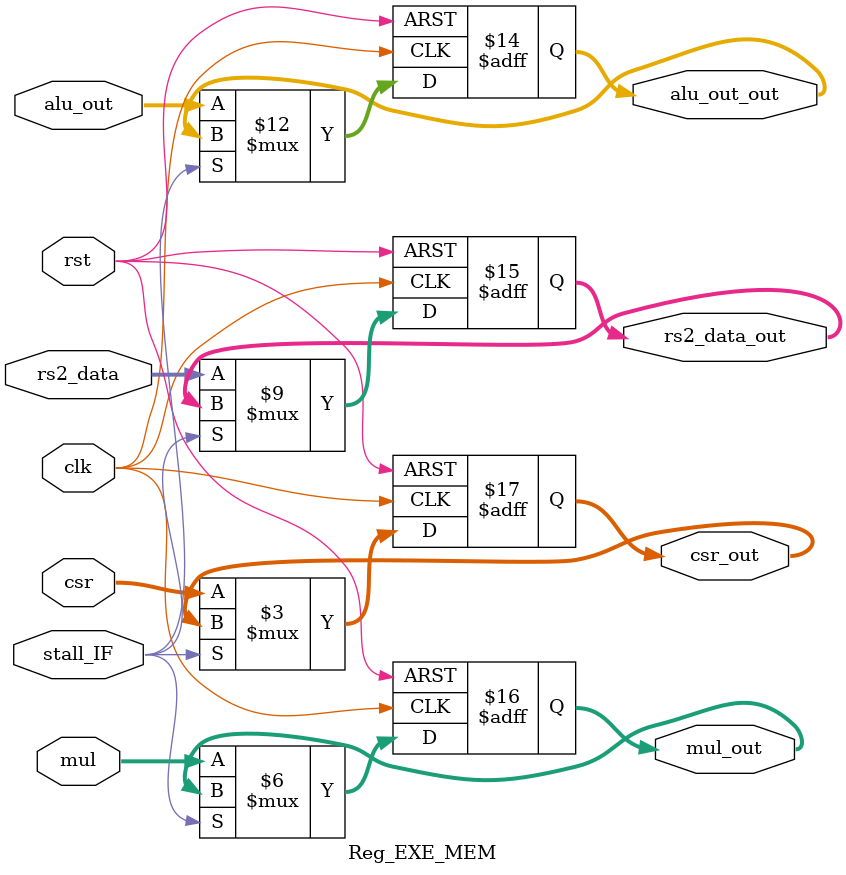
<source format=sv>
module Reg_EXE_MEM(
    input clk,
    input rst,
    input [31:0] alu_out,
    input [31:0] rs2_data,
    input [31:0] mul,
    input [31:0] csr,
    output reg [31:0] alu_out_out,
    output reg [31:0] rs2_data_out,
    output logic [31:0] mul_out,
    output logic [31:0] csr_out,
    input stall_IF
);
always @(posedge clk or posedge rst) begin
    if(rst)begin
        alu_out_out<=32'd0;
        rs2_data_out<=32'd0;
        mul_out<=32'd0;
        csr_out<=32'd0;
    end
    else begin
        if(stall_IF)begin
            alu_out_out<=alu_out_out;
            rs2_data_out<=rs2_data_out;
            mul_out<=mul_out;
            csr_out<=csr_out;
        end
        else begin
            alu_out_out<=alu_out;
            rs2_data_out<=rs2_data;
            mul_out<=mul;
            csr_out<=csr;
        end
    end
end
endmodule

</source>
